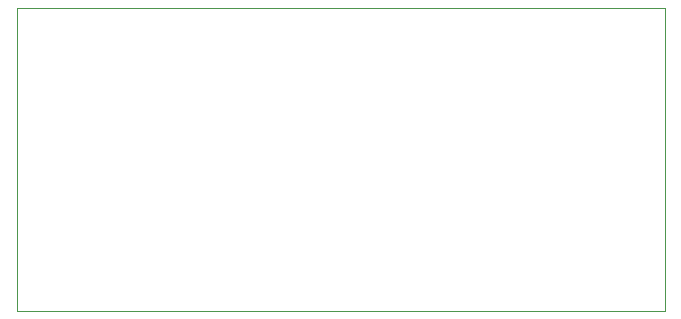
<source format=gbr>
G04 #@! TF.GenerationSoftware,KiCad,Pcbnew,5.1.4+dfsg1-2*
G04 #@! TF.CreationDate,2019-12-30T19:47:55+08:00*
G04 #@! TF.ProjectId,usb2can,75736232-6361-46e2-9e6b-696361645f70,rev?*
G04 #@! TF.SameCoordinates,Original*
G04 #@! TF.FileFunction,Profile,NP*
%FSLAX46Y46*%
G04 Gerber Fmt 4.6, Leading zero omitted, Abs format (unit mm)*
G04 Created by KiCad (PCBNEW 5.1.4+dfsg1-2) date 2019-12-30 19:47:55*
%MOMM*%
%LPD*%
G04 APERTURE LIST*
%ADD10C,0.050000*%
G04 APERTURE END LIST*
D10*
X73914000Y-67564000D02*
X73914000Y-67310000D01*
X19050000Y-67564000D02*
X73914000Y-67564000D01*
X19050000Y-67310000D02*
X19050000Y-67564000D01*
X19050000Y-67310000D02*
X19050000Y-41910000D01*
X73914000Y-41910000D02*
X73914000Y-67310000D01*
X19050000Y-41910000D02*
X73914000Y-41910000D01*
M02*

</source>
